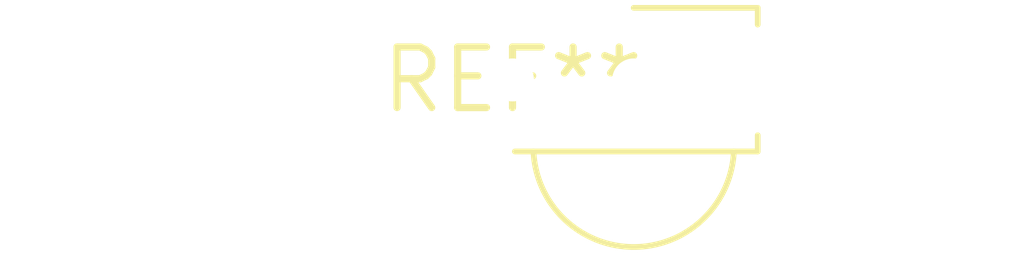
<source format=kicad_pcb>
(kicad_pcb (version 20240108) (generator pcbnew)
  (layers (0 "F.Cu" signal) (31 "B.Cu" signal) (34 "B.Paste" user) (35 "F.Paste" user) (36 "B.SilkS" user "B.Silkscreen") (37 "F.SilkS" user "F.Silkscreen") (38 "B.Mask" user) (39 "F.Mask" user) (44 "Edge.Cuts" user))
  (net 0 "")
  (footprint "Vishay_MINICAST-3Pin" (layer "F.Cu") (at 0 0)
    (property "Reference" "REF**")
    (property "Value" "Vishay_MINICAST-3Pin")
    (fp_line (start 5.14 -1.51) (end 2.54 -1.51) (layer "F.SilkS") (stroke (width 0.12)))
    (fp_line (start 5.14 -1.16) (end 5.14 -1.51) (layer "F.SilkS") (stroke (width 0.12)))
    (fp_line (start 5.14 1.16) (end 5.14 1.5) (layer "F.SilkS") (stroke (width 0.12)))
    (fp_line (start 5.14 1.5) (end 0.05 1.5) (layer "F.SilkS") (stroke (width 0.12)))
    (fp_arc (start 4.64 1.5) (mid 2.540869 3.502379) (end 0.440083 1.501736) (layer "F.SilkS") (stroke (width 0.12)))
    (pad "1" thru_hole roundrect (at 0 0) (size 1.8 1.8) (drill 0.9) (layers *.Cu *.Mask) (remove_unused_layers) (roundrect_rratio 0.139))
    (pad "2" thru_hole circle (at 2.54 0) (size 1.8 1.8) (drill 0.9) (layers *.Cu *.Mask) (remove_unused_layers))
    (pad "3" thru_hole circle (at 5.08 0) (size 1.8 1.8) (drill 0.9) (layers *.Cu *.Mask) (remove_unused_layers))
  )
)
</source>
